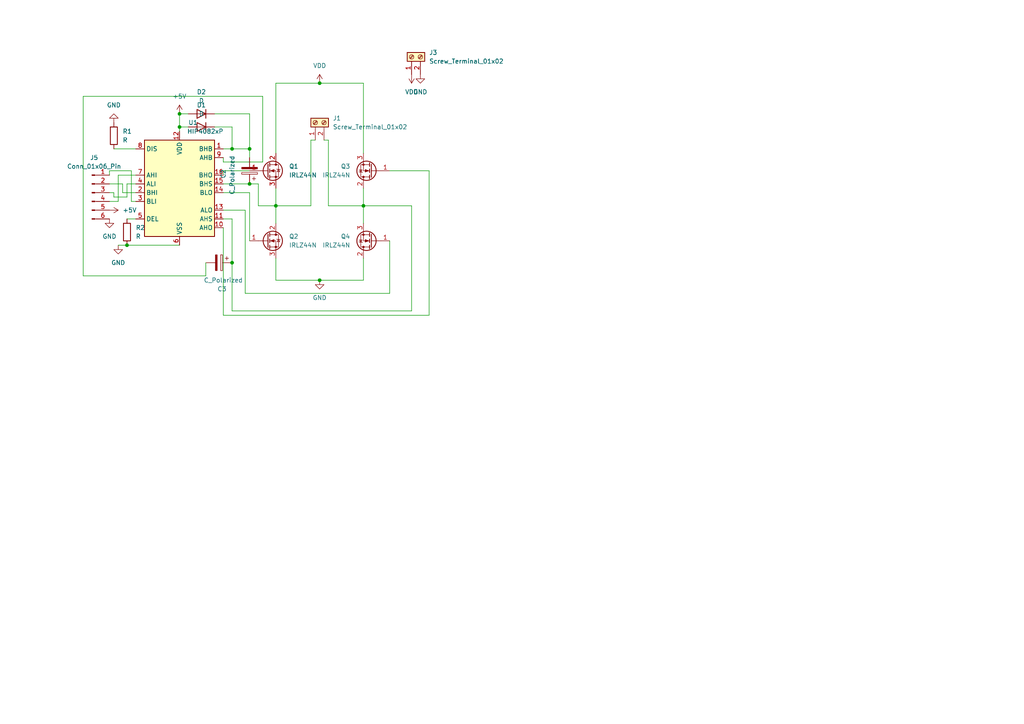
<source format=kicad_sch>
(kicad_sch (version 20230121) (generator eeschema)
  (paper "A4")
  (lib_symbols
    (symbol "Connector:Conn_01x06_Pin" (pin_names (offset 1.016) hide)
      (property "Reference" "J" (at 0 7.62 0))
      (property "Value" "Conn_01x06_Pin" (at 0 -10.16 0))
      (symbol "Conn_01x06_Pin_1_1"
        (polyline (pts (xy 1.27 -7.62) (xy 0.8636 -7.62)) (stroke (width 0.1524)))
        (polyline (pts (xy 1.27 -5.08) (xy 0.8636 -5.08)) (stroke (width 0.1524)))
        (polyline (pts (xy 1.27 -2.54) (xy 0.8636 -2.54)) (stroke (width 0.1524)))
        (polyline (pts (xy 1.27 0) (xy 0.8636 0)) (stroke (width 0.1524)))
        (polyline (pts (xy 1.27 2.54) (xy 0.8636 2.54)) (stroke (width 0.1524)))
        (polyline (pts (xy 1.27 5.08) (xy 0.8636 5.08)) (stroke (width 0.1524)))
        (rectangle (start 0.8636 -7.493) (end 0 -7.747) (stroke (width 0.1524)) (fill (type outline)))
        (rectangle (start 0.8636 -4.953) (end 0 -5.207) (stroke (width 0.1524)) (fill (type outline)))
        (rectangle (start 0.8636 -2.413) (end 0 -2.667) (stroke (width 0.1524)) (fill (type outline)))
        (rectangle (start 0.8636 0.127) (end 0 -0.127) (stroke (width 0.1524)) (fill (type outline)))
        (rectangle (start 0.8636 2.667) (end 0 2.413) (stroke (width 0.1524)) (fill (type outline)))
        (rectangle (start 0.8636 5.207) (end 0 4.953) (stroke (width 0.1524)) (fill (type outline)))
        (pin passive line (at 5.08 5.08 180) (length 3.81) (name "Pin_1") (number "1"))
        (pin passive line (at 5.08 2.54 180) (length 3.81) (name "Pin_2") (number "2"))
        (pin passive line (at 5.08 0 180) (length 3.81) (name "Pin_3") (number "3"))
        (pin passive line (at 5.08 -2.54 180) (length 3.81) (name "Pin_4") (number "4"))
        (pin passive line (at 5.08 -5.08 180) (length 3.81) (name "Pin_5") (number "5"))
        (pin passive line (at 5.08 -7.62 180) (length 3.81) (name "Pin_6") (number "6"))
      )
    )
    (symbol "Connector:Screw_Terminal_01x02" (pin_names (offset 1.016) hide)
      (property "Reference" "J" (at 0 2.54 0))
      (property "Value" "Screw_Terminal_01x02" (at 0 -5.08 0))
      (symbol "Screw_Terminal_01x02_1_1"
        (rectangle (start -1.27 1.27) (end 1.27 -3.81) (stroke (width 0.254)) (fill (type background)))
        (circle (center 0 -2.54) (radius 0.635) (stroke (width 0.1524)))
        (polyline (pts (xy -0.5334 -2.2098) (xy 0.3302 -3.048)) (stroke (width 0.1524)))
        (polyline (pts (xy -0.5334 0.3302) (xy 0.3302 -0.508)) (stroke (width 0.1524)))
        (polyline (pts (xy -0.3556 -2.032) (xy 0.508 -2.8702)) (stroke (width 0.1524)))
        (polyline (pts (xy -0.3556 0.508) (xy 0.508 -0.3302)) (stroke (width 0.1524)))
        (circle (center 0 0) (radius 0.635) (stroke (width 0.1524)))
        (pin passive line (at -5.08 0 0) (length 3.81) (name "Pin_1") (number "1"))
        (pin passive line (at -5.08 -2.54 0) (length 3.81) (name "Pin_2") (number "2"))
      )
    )
    (symbol "Device:C_Polarized" (pin_numbers hide) (pin_names (offset 0.254))
      (property "Reference" "C" (at 0.635 2.54 0))
      (property "Value" "C_Polarized" (at 0.635 -2.54 0))
      (symbol "C_Polarized_0_1"
        (rectangle (start -2.286 0.508) (end 2.286 1.016))
        (polyline (pts (xy -1.778 2.286) (xy -0.762 2.286)))
        (polyline (pts (xy -1.27 2.794) (xy -1.27 1.778)))
        (rectangle (start 2.286 -0.508) (end -2.286 -1.016) (fill (type outline)))
      )
      (symbol "C_Polarized_1_1"
        (pin passive line (at 0 3.81 270) (length 2.794) (name "~") (number "1"))
        (pin passive line (at 0 -3.81 90) (length 2.794) (name "~") (number "2"))
      )
    )
    (symbol "Device:D" (pin_numbers hide) (pin_names (offset 1.016) hide)
      (property "Reference" "D" (at 0 2.54 0))
      (property "Value" "D" (at 0 -2.54 0))
      (symbol "D_0_1"
        (polyline (pts (xy -1.27 1.27) (xy -1.27 -1.27)) (stroke (width 0.254)))
        (polyline (pts (xy 1.27 0) (xy -1.27 0)))
        (polyline (pts (xy 1.27 1.27) (xy 1.27 -1.27) (xy -1.27 0) (xy 1.27 1.27)) (stroke (width 0.254)))
      )
      (symbol "D_1_1"
        (pin passive line (at -3.81 0 0) (length 2.54) (name "K") (number "1"))
        (pin passive line (at 3.81 0 180) (length 2.54) (name "A") (number "2"))
      )
    )
    (symbol "Device:R" (pin_numbers hide) (pin_names (offset 0))
      (property "Reference" "R" (at 2.032 0 90))
      (property "Value" "R" (at 0 0 90))
      (symbol "R_0_1"
        (rectangle (start -1.016 -2.54) (end 1.016 2.54) (stroke (width 0.254)))
      )
      (symbol "R_1_1"
        (pin passive line (at 0 3.81 270) (length 1.27) (name "~") (number "1"))
        (pin passive line (at 0 -3.81 90) (length 1.27) (name "~") (number "2"))
      )
    )
    (symbol "Driver_FET:HIP4082xP"
      (property "Reference" "U" (at 2.54 16.51 0))
      (property "Value" "HIP4082xP" (at 2.54 13.97 0))
      (symbol "HIP4082xP_0_0"
        (pin passive line (at -12.7 -10.16 0) (length 2.54) (name "DEL") (number "5"))
      )
      (symbol "HIP4082xP_1_1"
        (rectangle (start -10.16 -15.24) (end 10.16 12.7) (stroke (width 0.254)) (fill (type background)))
        (pin input line (at 12.7 10.16 180) (length 2.54) (name "BHB") (number "1"))
        (pin output line (at 12.7 -12.7 180) (length 2.54) (name "AHO") (number "10"))
        (pin passive line (at 12.7 -10.16 180) (length 2.54) (name "AHS") (number "11"))
        (pin power_in line (at 0 15.24 270) (length 2.54) (name "VDD") (number "12"))
        (pin output line (at 12.7 -7.62 180) (length 2.54) (name "ALO") (number "13"))
        (pin output line (at 12.7 -2.54 180) (length 2.54) (name "BLO") (number "14"))
        (pin passive line (at 12.7 0 180) (length 2.54) (name "BHS") (number "15"))
        (pin output line (at 12.7 2.54 180) (length 2.54) (name "BHO") (number "16"))
        (pin input line (at -12.7 -2.54 0) (length 2.54) (name "BHI") (number "2"))
        (pin input line (at -12.7 -5.08 0) (length 2.54) (name "BLI") (number "3"))
        (pin input line (at -12.7 0 0) (length 2.54) (name "ALI") (number "4"))
        (pin power_in line (at 0 -17.78 90) (length 2.54) (name "VSS") (number "6"))
        (pin input line (at -12.7 2.54 0) (length 2.54) (name "AHI") (number "7"))
        (pin input line (at -12.7 10.16 0) (length 2.54) (name "DIS") (number "8"))
        (pin input line (at 12.7 7.62 180) (length 2.54) (name "AHB") (number "9"))
      )
    )
    (symbol "Transistor_FET:IRLZ44N" (pin_names hide)
      (property "Reference" "Q" (at 6.35 1.905 0))
      (property "Value" "IRLZ44N" (at 6.35 0 0))
      (symbol "IRLZ44N_0_1"
        (polyline (pts (xy 0.254 0) (xy -2.54 0)))
        (polyline (pts (xy 0.254 1.905) (xy 0.254 -1.905)) (stroke (width 0.254)))
        (polyline (pts (xy 0.762 -1.27) (xy 0.762 -2.286)) (stroke (width 0.254)))
        (polyline (pts (xy 0.762 0.508) (xy 0.762 -0.508)) (stroke (width 0.254)))
        (polyline (pts (xy 0.762 2.286) (xy 0.762 1.27)) (stroke (width 0.254)))
        (polyline (pts (xy 2.54 2.54) (xy 2.54 1.778)))
        (polyline (pts (xy 2.54 -2.54) (xy 2.54 0) (xy 0.762 0)))
        (polyline (pts (xy 0.762 -1.778) (xy 3.302 -1.778) (xy 3.302 1.778) (xy 0.762 1.778)))
        (polyline (pts (xy 1.016 0) (xy 2.032 0.381) (xy 2.032 -0.381) (xy 1.016 0)) (fill (type outline)))
        (polyline (pts (xy 2.794 0.508) (xy 2.921 0.381) (xy 3.683 0.381) (xy 3.81 0.254)))
        (polyline (pts (xy 3.302 0.381) (xy 2.921 -0.254) (xy 3.683 -0.254) (xy 3.302 0.381)))
        (circle (center 1.651 0) (radius 2.794) (stroke (width 0.254)))
        (circle (center 2.54 -1.778) (radius 0.254) (fill (type outline)))
        (circle (center 2.54 1.778) (radius 0.254) (fill (type outline)))
      )
      (symbol "IRLZ44N_1_1"
        (pin input line (at -5.08 0 0) (length 2.54) (name "G") (number "1"))
        (pin passive line (at 2.54 5.08 270) (length 2.54) (name "D") (number "2"))
        (pin passive line (at 2.54 -5.08 90) (length 2.54) (name "S") (number "3"))
      )
    )
    (symbol "power:+5V" (power) (pin_names (offset 0))
      (property "Value" "+5V" (at 0 3.556 0))
      (symbol "+5V_0_1"
        (polyline (pts (xy -0.762 1.27) (xy 0 2.54)))
        (polyline (pts (xy 0 0) (xy 0 2.54)))
        (polyline (pts (xy 0 2.54) (xy 0.762 1.27)))
      )
      (symbol "+5V_1_1"
        (pin power_in line (at 0 0 90) (length 0) hide (name "+5V") (number "1"))
      )
    )
    (symbol "power:GND" (power) (pin_names (offset 0))
      (property "Value" "GND" (at 0 -3.81 0))
      (symbol "GND_0_1"
        (polyline (pts (xy 0 0) (xy 0 -1.27) (xy 1.27 -1.27) (xy 0 -2.54) (xy -1.27 -1.27) (xy 0 -1.27)))
      )
      (symbol "GND_1_1"
        (pin power_in line (at 0 0 270) (length 0) hide (name "GND") (number "1"))
      )
    )
    (symbol "power:VDD" (power) (pin_names (offset 0))
      (property "Value" "VDD" (at 0 3.81 0))
      (symbol "VDD_0_1"
        (polyline (pts (xy -0.762 1.27) (xy 0 2.54)))
        (polyline (pts (xy 0 0) (xy 0 2.54)))
        (polyline (pts (xy 0 2.54) (xy 0.762 1.27)))
      )
      (symbol "VDD_1_1"
        (pin power_in line (at 0 0 90) (length 0) hide (name "VDD") (number "1"))
      )
    )
  )
  (junction (at 52.07 33.02))
  (junction (at 52.07 36.83))
  (junction (at 92.71 81.28))
  (junction (at 67.31 76.2))
  (junction (at 72.39 43.18))
  (junction (at 92.71 24.13))
  (junction (at 80.01 59.69))
  (junction (at 67.31 43.18))
  (junction (at 36.83 71.12))
  (junction (at 72.39 53.34))
  (junction (at 105.41 59.69))
  (wire (pts (xy 90.17 40.64) (xy 91.44 40.64)))
  (wire (pts (xy 105.41 54.61) (xy 105.41 59.69)))
  (wire (pts (xy 24.13 27.94) (xy 76.2 27.94)))
  (wire (pts (xy 67.31 43.18) (xy 72.39 43.18)))
  (wire (pts (xy 74.93 59.69) (xy 74.93 53.34)))
  (wire (pts (xy 67.31 63.5) (xy 64.77 63.5)))
  (wire (pts (xy 95.25 59.69) (xy 105.41 59.69)))
  (wire (pts (xy 105.41 81.28) (xy 105.41 74.93)))
  (wire (pts (xy 72.39 53.34) (xy 74.93 53.34)))
  (wire (pts (xy 38.1 58.42) (xy 38.1 49.53)))
  (wire (pts (xy 31.75 49.53) (xy 31.75 50.8)))
  (wire (pts (xy 80.01 54.61) (xy 80.01 59.69)))
  (wire (pts (xy 36.83 71.12) (xy 34.29 71.12)))
  (wire (pts (xy 36.83 63.5) (xy 39.37 63.5)))
  (wire (pts (xy 124.46 91.44) (xy 64.77 91.44)))
  (wire (pts (xy 64.77 53.34) (xy 72.39 53.34)))
  (wire (pts (xy 105.41 59.69) (xy 105.41 64.77)))
  (wire (pts (xy 80.01 81.28) (xy 92.71 81.28)))
  (wire (pts (xy 72.39 43.18) (xy 72.39 33.02)))
  (wire (pts (xy 64.77 60.96) (xy 71.12 60.96)))
  (wire (pts (xy 90.17 59.69) (xy 90.17 40.64)))
  (wire (pts (xy 36.83 71.12) (xy 52.07 71.12)))
  (wire (pts (xy 67.31 76.2) (xy 67.31 63.5)))
  (wire (pts (xy 24.13 80.01) (xy 24.13 27.94)))
  (wire (pts (xy 33.02 55.88) (xy 33.02 57.15)))
  (wire (pts (xy 93.98 40.64) (xy 95.25 40.64)))
  (wire (pts (xy 72.39 55.88) (xy 64.77 55.88)))
  (wire (pts (xy 59.69 76.2) (xy 59.69 80.01)))
  (wire (pts (xy 34.29 50.8) (xy 34.29 58.42)))
  (wire (pts (xy 31.75 55.88) (xy 33.02 55.88)))
  (wire (pts (xy 76.2 46.99) (xy 64.77 46.99)))
  (wire (pts (xy 119.38 59.69) (xy 119.38 90.17)))
  (wire (pts (xy 80.01 24.13) (xy 92.71 24.13)))
  (wire (pts (xy 72.39 45.72) (xy 72.39 43.18)))
  (wire (pts (xy 92.71 24.13) (xy 105.41 24.13)))
  (wire (pts (xy 113.03 49.53) (xy 124.46 49.53)))
  (wire (pts (xy 59.69 80.01) (xy 24.13 80.01)))
  (wire (pts (xy 64.77 91.44) (xy 64.77 66.04)))
  (wire (pts (xy 80.01 44.45) (xy 80.01 24.13)))
  (wire (pts (xy 113.03 85.09) (xy 113.03 69.85)))
  (wire (pts (xy 64.77 43.18) (xy 67.31 43.18)))
  (wire (pts (xy 31.75 53.34) (xy 35.56 53.34)))
  (wire (pts (xy 62.23 36.83) (xy 67.31 36.83)))
  (wire (pts (xy 52.07 36.83) (xy 52.07 38.1)))
  (wire (pts (xy 36.83 53.34) (xy 39.37 53.34)))
  (wire (pts (xy 71.12 85.09) (xy 113.03 85.09)))
  (wire (pts (xy 35.56 53.34) (xy 35.56 55.88)))
  (wire (pts (xy 105.41 24.13) (xy 105.41 44.45)))
  (wire (pts (xy 95.25 40.64) (xy 95.25 59.69)))
  (wire (pts (xy 105.41 59.69) (xy 119.38 59.69)))
  (wire (pts (xy 36.83 57.15) (xy 36.83 53.34)))
  (wire (pts (xy 35.56 55.88) (xy 39.37 55.88)))
  (wire (pts (xy 80.01 59.69) (xy 74.93 59.69)))
  (wire (pts (xy 80.01 59.69) (xy 90.17 59.69)))
  (wire (pts (xy 72.39 49.53) (xy 64.77 49.53)))
  (wire (pts (xy 64.77 49.53) (xy 64.77 50.8)))
  (wire (pts (xy 76.2 27.94) (xy 76.2 46.99)))
  (wire (pts (xy 64.77 46.99) (xy 64.77 45.72)))
  (wire (pts (xy 80.01 74.93) (xy 80.01 81.28)))
  (wire (pts (xy 62.23 33.02) (xy 72.39 33.02)))
  (wire (pts (xy 72.39 69.85) (xy 72.39 55.88)))
  (wire (pts (xy 38.1 49.53) (xy 31.75 49.53)))
  (wire (pts (xy 33.02 43.18) (xy 39.37 43.18)))
  (wire (pts (xy 67.31 90.17) (xy 67.31 76.2)))
  (wire (pts (xy 39.37 50.8) (xy 34.29 50.8)))
  (wire (pts (xy 52.07 33.02) (xy 52.07 36.83)))
  (wire (pts (xy 119.38 90.17) (xy 67.31 90.17)))
  (wire (pts (xy 54.61 33.02) (xy 52.07 33.02)))
  (wire (pts (xy 71.12 60.96) (xy 71.12 85.09)))
  (wire (pts (xy 92.71 81.28) (xy 105.41 81.28)))
  (wire (pts (xy 39.37 58.42) (xy 38.1 58.42)))
  (wire (pts (xy 31.75 58.42) (xy 34.29 58.42)))
  (wire (pts (xy 54.61 36.83) (xy 52.07 36.83)))
  (wire (pts (xy 124.46 49.53) (xy 124.46 91.44)))
  (wire (pts (xy 67.31 36.83) (xy 67.31 43.18)))
  (wire (pts (xy 80.01 59.69) (xy 80.01 64.77)))
  (wire (pts (xy 33.02 57.15) (xy 36.83 57.15)))
  (symbol (lib_id "Connector:Screw_Terminal_01x02") (at 91.44 35.56 90) (unit 1)
    (property "Reference" "J1" (at 96.52 34.29 90) (effects (justify right)))
    (property "Value" "Screw_Terminal_01x02" (at 96.52 36.83 90) (effects (justify right)))
    (property "Footprint" "TerminalBlock:TerminalBlock_bornier-2_P5.08mm" (effects hide))
  )
  (symbol (lib_id "Device:C_Polarized") (at 63.5 76.2 270) (unit 1)
    (property "Reference" "C3" (at 64.389 83.82 90))
    (property "Value" "C_Polarized" (at 64.77 81.28 90))
    (property "Footprint" "Capacitor_THT:CP_Radial_D8.0mm_P3.80mm" (effects hide))
  )
  (symbol (lib_id "Transistor_FET:IRLZ44N") (at 77.47 69.85 0) (unit 1)
    (property "Reference" "Q2" (at 83.82 68.58 0) (effects (justify left)))
    (property "Value" "IRLZ44N" (at 83.82 71.12 0) (effects (justify left)))
    (property "Footprint" "Package_TO_SOT_SMD:TO-252-2" (effects hide))
    (property "Datasheet" "http://www.irf.com/product-info/datasheets/data/irlz44n.pdf" (effects hide))
  )
  (symbol (lib_id "Transistor_FET:IRLZ44N") (at 77.47 49.53 0) (unit 1)
    (property "Reference" "Q1" (at 83.82 48.26 0) (effects (justify left)))
    (property "Value" "IRLZ44N" (at 83.82 50.8 0) (effects (justify left)))
    (property "Footprint" "Package_TO_SOT_SMD:TO-252-2" (effects hide))
    (property "Datasheet" "http://www.irf.com/product-info/datasheets/data/irlz44n.pdf" (effects hide))
  )
  (symbol (lib_id "Transistor_FET:IRLZ44N") (at 107.95 49.53 180) (unit 1)
    (property "Reference" "Q3" (at 101.6 48.26 0) (effects (justify left)))
    (property "Value" "IRLZ44N" (at 101.6 50.8 0) (effects (justify left)))
    (property "Footprint" "Package_TO_SOT_SMD:TO-252-2" (effects hide))
    (property "Datasheet" "http://www.irf.com/product-info/datasheets/data/irlz44n.pdf" (effects hide))
  )
  (symbol (lib_id "Device:D") (at 58.42 36.83 180) (unit 1)
    (property "Reference" "D1" (at 58.42 30.48 0))
    (property "Value" "D" (at 58.42 33.02 0))
    (property "Footprint" "Diode_SMD:D_SOD-123" (effects hide))
    (property "Sim.Device" "D" (effects hide))
    (property "Sim.Pins" "1=K 2=A" (effects hide))
  )
  (symbol (lib_id "power:GND") (at 33.02 35.56 180) (unit 1)
    (property "Reference" "#PWR03" (effects hide))
    (property "Value" "GND" (at 33.02 30.48 0))
  )
  (symbol (lib_id "Device:R") (at 36.83 67.31 0) (unit 1)
    (property "Reference" "R2" (at 39.37 66.04 0) (effects (justify left)))
    (property "Value" "R" (at 39.37 68.58 0) (effects (justify left)))
    (property "Footprint" "Resistor_SMD:R_1206_3216Metric" (effects hide))
  )
  (symbol (lib_id "power:GND") (at 121.92 21.59 0) (unit 1)
    (property "Reference" "#PWR07" (effects hide))
    (property "Value" "GND" (at 121.92 26.67 0))
  )
  (symbol (lib_id "Device:D") (at 58.42 33.02 180) (unit 1)
    (property "Reference" "D2" (at 58.42 26.67 0))
    (property "Value" "D" (at 58.42 29.21 0))
    (property "Footprint" "Diode_SMD:D_SOD-123" (effects hide))
    (property "Sim.Device" "D" (effects hide))
    (property "Sim.Pins" "1=K 2=A" (effects hide))
  )
  (symbol (lib_id "Device:C_Polarized") (at 72.39 49.53 180) (unit 1)
    (property "Reference" "C2" (at 64.77 50.419 90))
    (property "Value" "C_Polarized" (at 67.31 50.8 90))
    (property "Footprint" "Capacitor_THT:CP_Radial_D8.0mm_P3.80mm" (effects hide))
  )
  (symbol (lib_id "Device:R") (at 33.02 39.37 0) (unit 1)
    (property "Reference" "R1" (at 35.56 38.1 0) (effects (justify left)))
    (property "Value" "R" (at 35.56 40.64 0) (effects (justify left)))
    (property "Footprint" "Resistor_SMD:R_1206_3216Metric" (effects hide))
  )
  (symbol (lib_id "power:GND") (at 92.71 81.28 0) (unit 1)
    (property "Reference" "#PWR02" (effects hide))
    (property "Value" "GND" (at 92.71 86.36 0))
  )
  (symbol (lib_id "power:+5V") (at 31.75 60.96 270) (unit 1)
    (property "Reference" "#PWR010" (effects hide))
    (property "Value" "+5V" (at 35.56 60.96 90) (effects (justify left)))
  )
  (symbol (lib_id "Connector:Conn_01x06_Pin") (at 26.67 55.88 0) (unit 1)
    (property "Reference" "J5" (at 27.305 45.72 0))
    (property "Value" "Conn_01x06_Pin" (at 27.305 48.26 0))
    (property "Footprint" "Connector_PinSocket_2.54mm:PinSocket_1x06_P2.54mm_Vertical" (effects hide))
  )
  (symbol (lib_id "Driver_FET:HIP4082xP") (at 52.07 53.34 0) (unit 1)
    (property "Reference" "U1" (at 54.61 35.56 0) (effects (justify left)))
    (property "Value" "HIP4082xP" (at 54.2641 38.1 0) (effects (justify left)))
    (property "Footprint" "Package_SO:SOIC-16_3.9x9.9mm_P1.27mm" (effects hide))
    (property "Datasheet" "https://www.renesas.com/www/doc/datasheet/hip4082.pdf" (effects hide))
  )
  (symbol (lib_id "power:VDD") (at 92.71 24.13 0) (unit 1)
    (property "Reference" "#PWR01" (effects hide))
    (property "Value" "VDD" (at 92.71 19.05 0))
  )
  (symbol (lib_id "power:+5V") (at 52.07 33.02 0) (unit 1)
    (property "Reference" "#PWR04" (effects hide))
    (property "Value" "+5V" (at 52.07 27.94 0))
  )
  (symbol (lib_id "power:VDD") (at 119.38 21.59 180) (unit 1)
    (property "Reference" "#PWR06" (effects hide))
    (property "Value" "VDD" (at 119.38 26.67 0))
  )
  (symbol (lib_id "power:GND") (at 34.29 71.12 0) (unit 1)
    (property "Reference" "#PWR05" (effects hide))
    (property "Value" "GND" (at 34.29 76.2 0))
  )
  (symbol (lib_id "Transistor_FET:IRLZ44N") (at 107.95 69.85 180) (unit 1)
    (property "Reference" "Q4" (at 101.6 68.58 0) (effects (justify left)))
    (property "Value" "IRLZ44N" (at 101.6 71.12 0) (effects (justify left)))
    (property "Footprint" "Package_TO_SOT_SMD:TO-252-2" (effects hide))
    (property "Datasheet" "http://www.irf.com/product-info/datasheets/data/irlz44n.pdf" (effects hide))
  )
  (symbol (lib_id "Connector:Screw_Terminal_01x02") (at 119.38 16.51 90) (unit 1)
    (property "Reference" "J3" (at 124.46 15.24 90) (effects (justify right)))
    (property "Value" "Screw_Terminal_01x02" (at 124.46 17.78 90) (effects (justify right)))
    (property "Footprint" "TerminalBlock:TerminalBlock_bornier-2_P5.08mm" (effects hide))
  )
  (symbol (lib_id "power:GND") (at 31.75 63.5 0) (unit 1)
    (property "Reference" "#PWR011" (effects hide))
    (property "Value" "GND" (at 31.75 68.58 0))
  )
)
</source>
